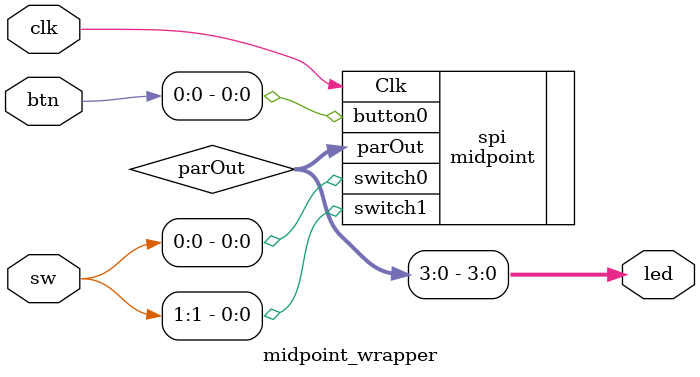
<source format=v>
`timescale 1ns / 1ps

module jkff1
(
    input trigger,
    input j,
    input k,
    output reg q
);
    always @(posedge trigger) begin
        if(j && ~k) begin
            q <= 1'b1;
        end
        else if(k && ~j) begin
            q <= 1'b0;
        end
        else if(k && j) begin
            q <= ~q;
        end
    end
endmodule

// Two-input MUX with parameterized bit width (default: 1-bit)
module mux2 #( parameter W = 1 )
(
    input[W-1:0]    in0,
    input[W-1:0]    in1,
    input           sel,
    output[W-1:0]   out
);
    // Conditional operator - http://www.verilog.renerta.com/source/vrg00010.htm
    assign out = (sel) ? in1 : in0;
endmodule


//--------------------------------------------------------------------------------
// Main Lab 0 wrapper module
//   Interfaces with switches, buttons, and LEDs on ZYBO board. Allows for two
//   4-bit operands to be stored, and two results to be alternately displayed
//   to the LEDs.
//
//   You must write the FullAdder4bit (in your adder.v) to complete this module.
//   Challenge: write your own interface module instead of using this one.
//--------------------------------------------------------------------------------

module midpoint_wrapper
(
    input        clk,
    input  [1:0] sw,
    input  [2:0] btn,
    output [3:0] led
);

    wire[3:0] res0, res1;     // Output display options
    wire [7:0] parOut;
    wire res_sel;             // Select between display options

    // // Capture button input to switch which MUX input to LEDs
    // jkff1 src_sel(.trigger(clk), .j(btn[2]), .k(btn[1]), .q(res_sel));
    // mux2 #(4) output_select(.in0(res0), .in1(res1), .sel(res_sel), .out(led));

    midpoint spi (.button0(btn[0]), .switch0(sw[0]), .switch1(sw[1]), .Clk(clk), .parOut(parOut));

    assign led = parOut[3:0];
    // assign res1 = parOut[7:4];

endmodule


</source>
